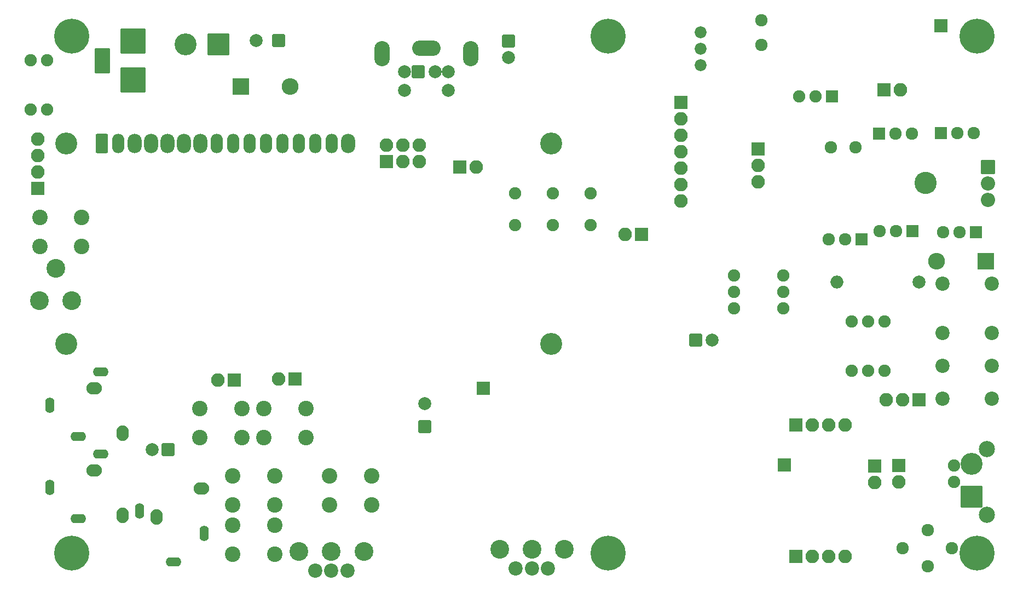
<source format=gbr>
%TF.GenerationSoftware,KiCad,Pcbnew,(6.0.11)*%
%TF.CreationDate,2023-05-26T16:46:52-05:00*%
%TF.ProjectId,RFBitBangSMT,52464269-7442-4616-9e67-534d542e6b69,rev?*%
%TF.SameCoordinates,Original*%
%TF.FileFunction,Soldermask,Bot*%
%TF.FilePolarity,Negative*%
%FSLAX46Y46*%
G04 Gerber Fmt 4.6, Leading zero omitted, Abs format (unit mm)*
G04 Created by KiCad (PCBNEW (6.0.11)) date 2023-05-26 16:46:52*
%MOMM*%
%LPD*%
G01*
G04 APERTURE LIST*
G04 Aperture macros list*
%AMRoundRect*
0 Rectangle with rounded corners*
0 $1 Rounding radius*
0 $2 $3 $4 $5 $6 $7 $8 $9 X,Y pos of 4 corners*
0 Add a 4 corners polygon primitive as box body*
4,1,4,$2,$3,$4,$5,$6,$7,$8,$9,$2,$3,0*
0 Add four circle primitives for the rounded corners*
1,1,$1+$1,$2,$3*
1,1,$1+$1,$4,$5*
1,1,$1+$1,$6,$7*
1,1,$1+$1,$8,$9*
0 Add four rect primitives between the rounded corners*
20,1,$1+$1,$2,$3,$4,$5,0*
20,1,$1+$1,$4,$5,$6,$7,0*
20,1,$1+$1,$6,$7,$8,$9,0*
20,1,$1+$1,$8,$9,$2,$3,0*%
G04 Aperture macros list end*
%ADD10RoundRect,0.200000X-0.800000X0.800000X-0.800000X-0.800000X0.800000X-0.800000X0.800000X0.800000X0*%
%ADD11C,2.000000*%
%ADD12RoundRect,0.200000X0.800000X0.800000X-0.800000X0.800000X-0.800000X-0.800000X0.800000X-0.800000X0*%
%ADD13RoundRect,0.200000X-1.100000X-1.100000X1.100000X-1.100000X1.100000X1.100000X-1.100000X1.100000X0*%
%ADD14O,2.600000X2.600000*%
%ADD15RoundRect,0.200000X1.500000X1.500000X-1.500000X1.500000X-1.500000X-1.500000X1.500000X-1.500000X0*%
%ADD16C,3.400000*%
%ADD17RoundRect,0.200000X-1.750000X1.750000X-1.750000X-1.750000X1.750000X-1.750000X1.750000X1.750000X0*%
%ADD18RoundRect,0.200000X-1.000000X1.750000X-1.000000X-1.750000X1.000000X-1.750000X1.000000X1.750000X0*%
%ADD19RoundRect,0.200000X0.850000X0.850000X-0.850000X0.850000X-0.850000X-0.850000X0.850000X-0.850000X0*%
%ADD20O,2.100000X2.100000*%
%ADD21RoundRect,0.200000X0.760000X-0.760000X0.760000X0.760000X-0.760000X0.760000X-0.760000X-0.760000X0*%
%ADD22C,1.920000*%
%ADD23C,2.400000*%
%ADD24C,1.900000*%
%ADD25RoundRect,0.200000X0.850000X-0.850000X0.850000X0.850000X-0.850000X0.850000X-0.850000X-0.850000X0*%
%ADD26RoundRect,0.200000X-0.760000X0.760000X-0.760000X-0.760000X0.760000X-0.760000X0.760000X0.760000X0*%
%ADD27C,2.900000*%
%ADD28RoundRect,0.200000X-0.850000X-0.850000X0.850000X-0.850000X0.850000X0.850000X-0.850000X0.850000X0*%
%ADD29C,2.500000*%
%ADD30RoundRect,0.200000X1.500000X-1.500000X1.500000X1.500000X-1.500000X1.500000X-1.500000X-1.500000X0*%
%ADD31C,2.200000*%
%ADD32RoundRect,0.200000X-0.800000X-0.800000X0.800000X-0.800000X0.800000X0.800000X-0.800000X0.800000X0*%
%ADD33C,1.924000*%
%ADD34RoundRect,0.200000X-0.850000X0.850000X-0.850000X-0.850000X0.850000X-0.850000X0.850000X0.850000X0*%
%ADD35O,2.400000X3.900000*%
%ADD36O,4.400000X2.400000*%
%ADD37C,3.448000*%
%ADD38C,1.840000*%
%ADD39C,5.400000*%
%ADD40RoundRect,0.200000X1.100000X1.100000X-1.100000X1.100000X-1.100000X-1.100000X1.100000X-1.100000X0*%
%ADD41O,2.000000X2.000000*%
%ADD42RoundRect,0.200000X-0.900000X0.900000X-0.900000X-0.900000X0.900000X-0.900000X0.900000X0.900000X0*%
%ADD43O,2.200000X2.200000*%
%ADD44RoundRect,0.200000X0.800000X-0.800000X0.800000X0.800000X-0.800000X0.800000X-0.800000X-0.800000X0*%
%ADD45O,1.400000X2.400000*%
%ADD46O,2.400000X1.400000*%
%ADD47O,2.400000X1.900000*%
%ADD48O,1.900000X2.400000*%
%ADD49RoundRect,0.200000X0.750000X0.750000X-0.750000X0.750000X-0.750000X-0.750000X0.750000X-0.750000X0*%
%ADD50RoundRect,0.200000X-0.750000X-1.300000X0.750000X-1.300000X0.750000X1.300000X-0.750000X1.300000X0*%
%ADD51O,1.900000X3.000000*%
%ADD52O,2.200000X3.000000*%
G04 APERTURE END LIST*
D10*
%TO.C,C6*%
X113030000Y-61297500D03*
D11*
X113030000Y-63797500D03*
%TD*%
D12*
%TO.C,C19*%
X60420000Y-124440000D03*
D11*
X57920000Y-124440000D03*
%TD*%
D13*
%TO.C,D1*%
X71650000Y-68330000D03*
D14*
X79270000Y-68330000D03*
%TD*%
D15*
%TO.C,J1*%
X68195000Y-61835000D03*
D16*
X63115000Y-61835000D03*
%TD*%
D17*
%TO.C,J2*%
X54955000Y-67305000D03*
X54955000Y-61305000D03*
D18*
X50255000Y-64305000D03*
%TD*%
D19*
%TO.C,J5*%
X40220000Y-84090000D03*
D20*
X40220000Y-81550000D03*
X40220000Y-79010000D03*
X40220000Y-76470000D03*
%TD*%
D21*
%TO.C,Q3*%
X170350000Y-75630000D03*
D22*
X172890000Y-75630000D03*
X175430000Y-75630000D03*
%TD*%
D23*
%TO.C,SW1*%
X40550000Y-93020000D03*
X47050000Y-93020000D03*
X40550000Y-88520000D03*
X47050000Y-88520000D03*
%TD*%
%TO.C,SW2*%
X76858000Y-128524000D03*
X70358000Y-128524000D03*
X76858000Y-133024000D03*
X70358000Y-133024000D03*
%TD*%
%TO.C,SW3*%
X71778000Y-118110000D03*
X65278000Y-118110000D03*
X65278000Y-122610000D03*
X71778000Y-122610000D03*
%TD*%
%TO.C,SW4*%
X75184000Y-118110000D03*
X81684000Y-118110000D03*
X81684000Y-122610000D03*
X75184000Y-122610000D03*
%TD*%
%TO.C,SW5*%
X76858000Y-136144000D03*
X70358000Y-136144000D03*
X76858000Y-140644000D03*
X70358000Y-140644000D03*
%TD*%
D24*
%TO.C,Y2*%
X125730000Y-84836000D03*
X125730000Y-89716000D03*
%TD*%
D25*
%TO.C,J9*%
X94130000Y-79900000D03*
D20*
X94130000Y-77360000D03*
X96670000Y-79900000D03*
X96670000Y-77360000D03*
X99210000Y-79900000D03*
X99210000Y-77360000D03*
%TD*%
D26*
%TO.C,Q5*%
X185340000Y-90830000D03*
D22*
X182800000Y-90830000D03*
X180260000Y-90830000D03*
%TD*%
D26*
%TO.C,Q6*%
X175560000Y-90680000D03*
D22*
X173020000Y-90680000D03*
X170480000Y-90680000D03*
%TD*%
D21*
%TO.C,Q7*%
X179960000Y-75520000D03*
D22*
X182500000Y-75520000D03*
X185040000Y-75520000D03*
%TD*%
D27*
%TO.C,RV3*%
X40520000Y-101455000D03*
X43020000Y-96415000D03*
X45520000Y-101455000D03*
%TD*%
D25*
%TO.C,JP3*%
X105535000Y-80810000D03*
D20*
X108075000Y-80810000D03*
%TD*%
D28*
%TO.C,JP4*%
X169660000Y-126990000D03*
D20*
X169660000Y-129530000D03*
%TD*%
D28*
%TO.C,JP5*%
X151670000Y-77990000D03*
D20*
X151670000Y-80530000D03*
X151670000Y-83070000D03*
%TD*%
D29*
%TO.C,J12*%
X187025000Y-134505000D03*
X187025000Y-124345000D03*
D24*
X181945000Y-129425000D03*
D30*
X184673000Y-131711000D03*
D24*
X181945000Y-126885000D03*
D16*
X184673000Y-126631000D03*
%TD*%
D31*
%TO.C,RLY1*%
X187775000Y-98845000D03*
X187775000Y-106465000D03*
X187775000Y-111545000D03*
X187775000Y-116625000D03*
X180175000Y-98845000D03*
X180175000Y-106465000D03*
X180175000Y-111545000D03*
X180175000Y-116625000D03*
%TD*%
D25*
%TO.C,JP1*%
X171151000Y-68834000D03*
D20*
X173691000Y-68834000D03*
%TD*%
D32*
%TO.C,C40*%
X142020000Y-107560000D03*
D11*
X144520000Y-107560000D03*
%TD*%
D28*
%TO.C,JP2*%
X173430000Y-126910000D03*
D20*
X173430000Y-129450000D03*
%TD*%
D33*
%TO.C,T3*%
X174000000Y-139700000D03*
X181620000Y-139700000D03*
X177873500Y-142494000D03*
X177873500Y-136906000D03*
%TD*%
D26*
%TO.C,Q9*%
X167640000Y-91948000D03*
D22*
X165100000Y-91948000D03*
X162560000Y-91948000D03*
%TD*%
D34*
%TO.C,JP7*%
X176560000Y-116780000D03*
D20*
X174020000Y-116780000D03*
X171480000Y-116780000D03*
%TD*%
D24*
%TO.C,Y4*%
X119888000Y-84836000D03*
X119888000Y-89716000D03*
%TD*%
D12*
%TO.C,P1*%
X99075000Y-66075000D03*
D11*
X101675000Y-66075000D03*
X96975000Y-66075000D03*
X103775000Y-66075000D03*
X96975000Y-68875000D03*
X103775000Y-68875000D03*
D35*
X93525000Y-63225000D03*
X107225000Y-63225000D03*
D36*
X100375000Y-62425000D03*
%TD*%
D37*
%TO.C,J13*%
X177600000Y-83200000D03*
%TD*%
D38*
%TO.C,RV4*%
X142790000Y-59940000D03*
X142790000Y-62480000D03*
X142790000Y-65020000D03*
%TD*%
D39*
%TO.C,J3*%
X45500000Y-60500000D03*
%TD*%
%TO.C,J4*%
X185500000Y-60500000D03*
%TD*%
%TO.C,J6*%
X185500000Y-140500000D03*
%TD*%
%TO.C,J7*%
X45500000Y-140500000D03*
%TD*%
D24*
%TO.C,T4*%
X41656000Y-64262000D03*
X41656000Y-71882000D03*
X39116000Y-64262000D03*
X39116000Y-71882000D03*
%TD*%
%TO.C,Y5*%
X114046000Y-84836000D03*
X114046000Y-89716000D03*
%TD*%
D40*
%TO.C,D6*%
X186880000Y-95330000D03*
D14*
X179260000Y-95330000D03*
%TD*%
D11*
%TO.C,R41*%
X176530000Y-98552000D03*
D41*
X163830000Y-98552000D03*
%TD*%
D28*
%TO.C,J14*%
X109190000Y-114970000D03*
%TD*%
%TO.C,J15*%
X155710000Y-126800000D03*
%TD*%
%TO.C,J16*%
X179900000Y-58900000D03*
%TD*%
D12*
%TO.C,C3*%
X77530000Y-61230000D03*
D11*
X74030000Y-61230000D03*
%TD*%
D33*
%TO.C,L4*%
X152146000Y-58039000D03*
X152146000Y-61849000D03*
%TD*%
%TO.C,L6*%
X162941000Y-77724000D03*
X166751000Y-77724000D03*
%TD*%
D24*
%TO.C,T1*%
X155560000Y-97500000D03*
X147940000Y-97500000D03*
X155560000Y-100040000D03*
X147940000Y-100040000D03*
X155560000Y-102580000D03*
X147940000Y-102580000D03*
%TD*%
%TO.C,T2*%
X171196000Y-112267997D03*
X171196000Y-104647997D03*
X168656000Y-112267997D03*
X168656000Y-104647997D03*
X166116000Y-112267997D03*
X166116000Y-104647997D03*
%TD*%
D42*
%TO.C,Q15*%
X187210000Y-80770000D03*
D43*
X187210000Y-83310000D03*
X187210000Y-85850000D03*
%TD*%
D34*
%TO.C,JP8*%
X133609000Y-91186000D03*
D20*
X131069000Y-91186000D03*
%TD*%
D39*
%TO.C,J20*%
X128500000Y-60500000D03*
%TD*%
%TO.C,J21*%
X128500000Y-140500000D03*
%TD*%
D31*
%TO.C,RV1*%
X88160000Y-143190000D03*
D27*
X90660000Y-140190000D03*
D31*
X85660000Y-143190000D03*
D27*
X85660000Y-140190000D03*
D31*
X83160000Y-143190000D03*
D27*
X80660000Y-140190000D03*
%TD*%
%TO.C,RV2*%
X121660000Y-139840000D03*
D31*
X119160000Y-142840000D03*
D27*
X116660000Y-139840000D03*
D31*
X116660000Y-142840000D03*
X114160000Y-142840000D03*
D27*
X111660000Y-139840000D03*
%TD*%
D28*
%TO.C,J10*%
X139700000Y-70800000D03*
D20*
X139700000Y-73340000D03*
X139700000Y-75880000D03*
X139700000Y-78420000D03*
X139700000Y-80960000D03*
X139700000Y-83500000D03*
X139700000Y-86040000D03*
%TD*%
D23*
%TO.C,SW6*%
X85344000Y-128524000D03*
X91844000Y-128524000D03*
X91844000Y-133024000D03*
X85344000Y-133024000D03*
%TD*%
D44*
%TO.C,C53*%
X100076000Y-120876000D03*
D11*
X100076000Y-117376000D03*
%TD*%
D25*
%TO.C,J17*%
X157480000Y-120650000D03*
D20*
X160020000Y-120650000D03*
X162560000Y-120650000D03*
X165100000Y-120650000D03*
%TD*%
D25*
%TO.C,J18*%
X157480000Y-140970000D03*
D20*
X160020000Y-140970000D03*
X162560000Y-140970000D03*
X165100000Y-140970000D03*
%TD*%
D45*
%TO.C,J19*%
X42086000Y-117602000D03*
D46*
X49986000Y-112402000D03*
D47*
X48986000Y-115002000D03*
D46*
X46486000Y-122402000D03*
D48*
X53386000Y-121902000D03*
%TD*%
D24*
%TO.C,Q16*%
X157988000Y-69850000D03*
X160528000Y-69850000D03*
D49*
X163068000Y-69850000D03*
%TD*%
D16*
%TO.C,DS1*%
X44620900Y-77140000D03*
X44620900Y-108140700D03*
X119620000Y-77140000D03*
X119619480Y-108140700D03*
D50*
X50120000Y-77140000D03*
D51*
X52660000Y-77140000D03*
D52*
X55200000Y-77140000D03*
X57740000Y-77140000D03*
X60280000Y-77140000D03*
X62820000Y-77140000D03*
X65360000Y-77140000D03*
D51*
X67900000Y-77140000D03*
X70440000Y-77140000D03*
X72980000Y-77140000D03*
X75520000Y-77140000D03*
X78060000Y-77140000D03*
X80600000Y-77140000D03*
X83140000Y-77140000D03*
X85680000Y-77140000D03*
D52*
X88220000Y-77140000D03*
%TD*%
D34*
%TO.C,JP9*%
X80010000Y-113538000D03*
D20*
X77470000Y-113538000D03*
%TD*%
D46*
%TO.C,J8*%
X61214000Y-141810000D03*
D45*
X56014000Y-133910000D03*
D48*
X58614000Y-134910000D03*
D45*
X66014000Y-137410000D03*
D47*
X65514000Y-130510000D03*
%TD*%
D34*
%TO.C,JP6*%
X70670000Y-113670000D03*
D20*
X68130000Y-113670000D03*
%TD*%
D48*
%TO.C,J11*%
X53386000Y-134602000D03*
D46*
X46486000Y-135102000D03*
D47*
X48986000Y-127702000D03*
D46*
X49986000Y-125102000D03*
D45*
X42086000Y-130302000D03*
%TD*%
M02*

</source>
